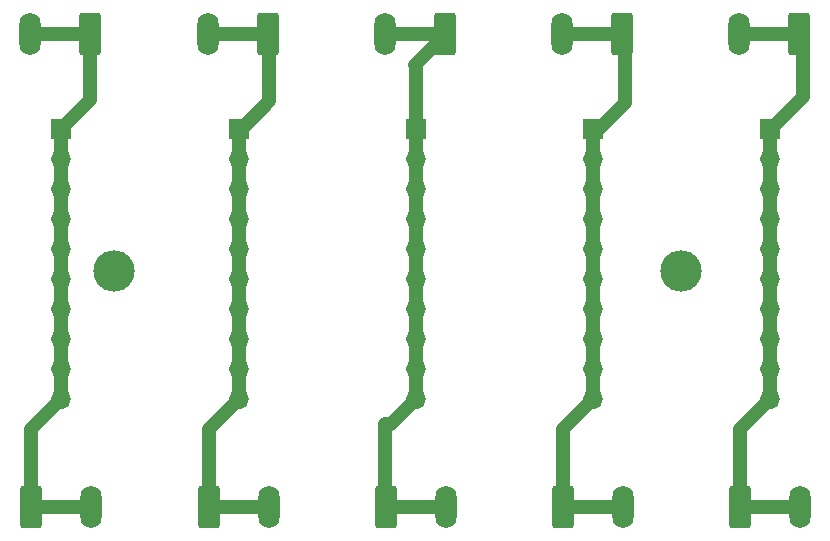
<source format=gbr>
%TF.GenerationSoftware,KiCad,Pcbnew,(6.0.6)*%
%TF.CreationDate,2022-07-16T01:52:01+05:30*%
%TF.ProjectId,berg-wire-jumper-extender,62657267-2d77-4697-9265-2d6a756d7065,rev?*%
%TF.SameCoordinates,Original*%
%TF.FileFunction,Copper,L2,Bot*%
%TF.FilePolarity,Positive*%
%FSLAX46Y46*%
G04 Gerber Fmt 4.6, Leading zero omitted, Abs format (unit mm)*
G04 Created by KiCad (PCBNEW (6.0.6)) date 2022-07-16 01:52:01*
%MOMM*%
%LPD*%
G01*
G04 APERTURE LIST*
G04 Aperture macros list*
%AMRoundRect*
0 Rectangle with rounded corners*
0 $1 Rounding radius*
0 $2 $3 $4 $5 $6 $7 $8 $9 X,Y pos of 4 corners*
0 Add a 4 corners polygon primitive as box body*
4,1,4,$2,$3,$4,$5,$6,$7,$8,$9,$2,$3,0*
0 Add four circle primitives for the rounded corners*
1,1,$1+$1,$2,$3*
1,1,$1+$1,$4,$5*
1,1,$1+$1,$6,$7*
1,1,$1+$1,$8,$9*
0 Add four rect primitives between the rounded corners*
20,1,$1+$1,$2,$3,$4,$5,0*
20,1,$1+$1,$4,$5,$6,$7,0*
20,1,$1+$1,$6,$7,$8,$9,0*
20,1,$1+$1,$8,$9,$2,$3,0*%
G04 Aperture macros list end*
%TA.AperFunction,ComponentPad*%
%ADD10RoundRect,0.250000X-0.650000X-1.550000X0.650000X-1.550000X0.650000X1.550000X-0.650000X1.550000X0*%
%TD*%
%TA.AperFunction,ComponentPad*%
%ADD11O,1.800000X3.600000*%
%TD*%
%TA.AperFunction,ComponentPad*%
%ADD12R,1.700000X1.700000*%
%TD*%
%TA.AperFunction,ComponentPad*%
%ADD13O,1.700000X1.700000*%
%TD*%
%TA.AperFunction,ComponentPad*%
%ADD14RoundRect,0.250000X0.650000X1.550000X-0.650000X1.550000X-0.650000X-1.550000X0.650000X-1.550000X0*%
%TD*%
%TA.AperFunction,WasherPad*%
%ADD15O,3.500000X3.500000*%
%TD*%
%TA.AperFunction,Conductor*%
%ADD16C,1.200000*%
%TD*%
G04 APERTURE END LIST*
D10*
%TO.P,J14,1,Pin_1*%
%TO.N,Net-(J13-Pad1)*%
X160000000Y-100000000D03*
D11*
%TO.P,J14,2,Pin_2*%
X165080000Y-100000000D03*
%TD*%
D12*
%TO.P,J10,1,Pin_1*%
%TO.N,Net-(J10-Pad1)*%
X147540000Y-68000000D03*
D13*
%TO.P,J10,2,Pin_2*%
X147540000Y-70540000D03*
%TO.P,J10,3,Pin_3*%
X147540000Y-73080000D03*
%TO.P,J10,4,Pin_4*%
X147540000Y-75620000D03*
%TO.P,J10,5,Pin_5*%
X147540000Y-78160000D03*
%TO.P,J10,6,Pin_6*%
X147540000Y-80700000D03*
%TO.P,J10,7,Pin_7*%
X147540000Y-83240000D03*
%TO.P,J10,8,Pin_8*%
X147540000Y-85780000D03*
%TO.P,J10,9,Pin_9*%
X147540000Y-88320000D03*
%TO.P,J10,10,Pin_10*%
X147540000Y-90860000D03*
%TD*%
D12*
%TO.P,J7,1,Pin_1*%
%TO.N,Net-(J7-Pad1)*%
X132540000Y-68000000D03*
D13*
%TO.P,J7,2,Pin_2*%
X132540000Y-70540000D03*
%TO.P,J7,3,Pin_3*%
X132540000Y-73080000D03*
%TO.P,J7,4,Pin_4*%
X132540000Y-75620000D03*
%TO.P,J7,5,Pin_5*%
X132540000Y-78160000D03*
%TO.P,J7,6,Pin_6*%
X132540000Y-80700000D03*
%TO.P,J7,7,Pin_7*%
X132540000Y-83240000D03*
%TO.P,J7,8,Pin_8*%
X132540000Y-85780000D03*
%TO.P,J7,9,Pin_9*%
X132540000Y-88320000D03*
%TO.P,J7,10,Pin_10*%
X132540000Y-90860000D03*
%TD*%
D12*
%TO.P,J8,1,Pin_1*%
%TO.N,Net-(J4-Pad1)*%
X117540000Y-68000000D03*
D13*
%TO.P,J8,2,Pin_2*%
X117540000Y-70540000D03*
%TO.P,J8,3,Pin_3*%
X117540000Y-73080000D03*
%TO.P,J8,4,Pin_4*%
X117540000Y-75620000D03*
%TO.P,J8,5,Pin_5*%
X117540000Y-78160000D03*
%TO.P,J8,6,Pin_6*%
X117540000Y-80700000D03*
%TO.P,J8,7,Pin_7*%
X117540000Y-83240000D03*
%TO.P,J8,8,Pin_8*%
X117540000Y-85780000D03*
%TO.P,J8,9,Pin_9*%
X117540000Y-88320000D03*
%TO.P,J8,10,Pin_10*%
X117540000Y-90860000D03*
%TD*%
D14*
%TO.P,J1,1,Pin_1*%
%TO.N,Net-(J1-Pad1)*%
X105000000Y-60000000D03*
D11*
%TO.P,J1,2,Pin_2*%
X99920000Y-60000000D03*
%TD*%
D10*
%TO.P,J13,1,Pin_1*%
%TO.N,Net-(J4-Pad1)*%
X115000000Y-100000000D03*
D11*
%TO.P,J13,2,Pin_2*%
X120080000Y-100000000D03*
%TD*%
D10*
%TO.P,J11,1,Pin_1*%
%TO.N,Net-(J1-Pad1)*%
X100000000Y-100000000D03*
D11*
%TO.P,J11,2,Pin_2*%
X105080000Y-100000000D03*
%TD*%
D12*
%TO.P,J9,1,Pin_1*%
%TO.N,Net-(J13-Pad1)*%
X162540000Y-68000000D03*
D13*
%TO.P,J9,2,Pin_2*%
X162540000Y-70540000D03*
%TO.P,J9,3,Pin_3*%
X162540000Y-73080000D03*
%TO.P,J9,4,Pin_4*%
X162540000Y-75620000D03*
%TO.P,J9,5,Pin_5*%
X162540000Y-78160000D03*
%TO.P,J9,6,Pin_6*%
X162540000Y-80700000D03*
%TO.P,J9,7,Pin_7*%
X162540000Y-83240000D03*
%TO.P,J9,8,Pin_8*%
X162540000Y-85780000D03*
%TO.P,J9,9,Pin_9*%
X162540000Y-88320000D03*
%TO.P,J9,10,Pin_10*%
X162540000Y-90860000D03*
%TD*%
D15*
%TO.P,,*%
%TO.N,*%
X155000000Y-80000000D03*
%TD*%
D14*
%TO.P,J3,1,Pin_1*%
%TO.N,Net-(J4-Pad1)*%
X120000000Y-60000000D03*
D11*
%TO.P,J3,2,Pin_2*%
X114920000Y-60000000D03*
%TD*%
D14*
%TO.P,J5,1,Pin_1*%
%TO.N,Net-(J10-Pad1)*%
X150000000Y-60000000D03*
D11*
%TO.P,J5,2,Pin_2*%
X144920000Y-60000000D03*
%TD*%
D14*
%TO.P,J2,1,Pin_1*%
%TO.N,Net-(J7-Pad1)*%
X135000000Y-60000000D03*
D11*
%TO.P,J2,2,Pin_2*%
X129920000Y-60000000D03*
%TD*%
D15*
%TO.P,,*%
%TO.N,*%
X107000000Y-80000000D03*
%TD*%
D14*
%TO.P,J4,1,Pin_1*%
%TO.N,Net-(J13-Pad1)*%
X165000000Y-60000000D03*
D11*
%TO.P,J4,2,Pin_2*%
X159920000Y-60000000D03*
%TD*%
D10*
%TO.P,J15,1,Pin_1*%
%TO.N,Net-(J10-Pad1)*%
X145000000Y-100000000D03*
D11*
%TO.P,J15,2,Pin_2*%
X150080000Y-100000000D03*
%TD*%
D12*
%TO.P,J6,1,Pin_1*%
%TO.N,Net-(J1-Pad1)*%
X102540000Y-68000000D03*
D13*
%TO.P,J6,2,Pin_2*%
X102540000Y-70540000D03*
%TO.P,J6,3,Pin_3*%
X102540000Y-73080000D03*
%TO.P,J6,4,Pin_4*%
X102540000Y-75620000D03*
%TO.P,J6,5,Pin_5*%
X102540000Y-78160000D03*
%TO.P,J6,6,Pin_6*%
X102540000Y-80700000D03*
%TO.P,J6,7,Pin_7*%
X102540000Y-83240000D03*
%TO.P,J6,8,Pin_8*%
X102540000Y-85780000D03*
%TO.P,J6,9,Pin_9*%
X102540000Y-88320000D03*
%TO.P,J6,10,Pin_10*%
X102540000Y-90860000D03*
%TD*%
D10*
%TO.P,J12,1,Pin_1*%
%TO.N,Net-(J7-Pad1)*%
X130000000Y-100000000D03*
D11*
%TO.P,J12,2,Pin_2*%
X135080000Y-100000000D03*
%TD*%
D16*
%TO.N,Net-(J1-Pad1)*%
X105000000Y-65540000D02*
X102540000Y-68000000D01*
X102540000Y-85780000D02*
X102540000Y-88320000D01*
X99920000Y-60000000D02*
X105000000Y-60000000D01*
X102540000Y-78160000D02*
X102540000Y-80700000D01*
X102540000Y-88320000D02*
X102540000Y-90860000D01*
X102540000Y-73080000D02*
X102540000Y-75620000D01*
X105000000Y-60000000D02*
X105000000Y-65540000D01*
X100000000Y-100000000D02*
X100000000Y-93400000D01*
X102540000Y-83240000D02*
X102540000Y-85780000D01*
X100000000Y-100000000D02*
X105080000Y-100000000D01*
X102540000Y-75620000D02*
X102540000Y-78160000D01*
X102540000Y-70540000D02*
X102540000Y-73080000D01*
X102540000Y-80700000D02*
X102540000Y-83240000D01*
X102540000Y-68000000D02*
X102540000Y-70540000D01*
X100000000Y-93400000D02*
X102540000Y-90860000D01*
%TO.N,Net-(J4-Pad1)*%
X115000000Y-93400000D02*
X117540000Y-90860000D01*
X115000000Y-100000000D02*
X115000000Y-93400000D01*
X117540000Y-80700000D02*
X117540000Y-78160000D01*
X117540000Y-83240000D02*
X117540000Y-80700000D01*
X117801000Y-68000000D02*
X120142000Y-65659000D01*
X117540000Y-70540000D02*
X117540000Y-68000000D01*
X120142000Y-65659000D02*
X120142000Y-60142000D01*
X117540000Y-73080000D02*
X117540000Y-70540000D01*
X117540000Y-78160000D02*
X117540000Y-75620000D01*
X117540000Y-88320000D02*
X117540000Y-85780000D01*
X120000000Y-60000000D02*
X114920000Y-60000000D01*
X117540000Y-85780000D02*
X117540000Y-83240000D01*
X120142000Y-60142000D02*
X120000000Y-60000000D01*
X117540000Y-68000000D02*
X117801000Y-68000000D01*
X120080000Y-100000000D02*
X115000000Y-100000000D01*
X117540000Y-90860000D02*
X117540000Y-88320000D01*
X117540000Y-75620000D02*
X117540000Y-73080000D01*
%TO.N,Net-(J7-Pad1)*%
X132540000Y-75620000D02*
X132540000Y-78160000D01*
X132540000Y-85780000D02*
X132540000Y-88320000D01*
X135000000Y-60000000D02*
X135000000Y-60072000D01*
X132540000Y-68000000D02*
X132540000Y-70540000D01*
X129920000Y-60000000D02*
X135000000Y-60000000D01*
X132540000Y-80700000D02*
X132540000Y-83240000D01*
X130000000Y-100000000D02*
X135080000Y-100000000D01*
X132540000Y-80700000D02*
X132540000Y-78160000D01*
X129921000Y-92964000D02*
X129921000Y-99921000D01*
X130436000Y-92964000D02*
X129921000Y-92964000D01*
X135000000Y-60072000D02*
X132461000Y-62611000D01*
X132540000Y-83240000D02*
X132540000Y-85780000D01*
X129921000Y-99921000D02*
X130000000Y-100000000D01*
X132540000Y-88320000D02*
X132540000Y-90860000D01*
X132540000Y-73080000D02*
X132540000Y-75620000D01*
X132540000Y-62690000D02*
X132540000Y-68000000D01*
X132461000Y-62611000D02*
X132540000Y-62690000D01*
X132540000Y-90860000D02*
X130436000Y-92964000D01*
X132540000Y-70540000D02*
X132540000Y-73080000D01*
%TO.N,Net-(J10-Pad1)*%
X147540000Y-70540000D02*
X147540000Y-73080000D01*
X147540000Y-83240000D02*
X147540000Y-85780000D01*
X147540000Y-85780000D02*
X147540000Y-88320000D01*
X147540000Y-75620000D02*
X147540000Y-78160000D01*
X145000000Y-100000000D02*
X145000000Y-93400000D01*
X147540000Y-68000000D02*
X147540000Y-70540000D01*
X145000000Y-93400000D02*
X147540000Y-90860000D01*
X148027000Y-68000000D02*
X150241000Y-65786000D01*
X150080000Y-100000000D02*
X145000000Y-100000000D01*
X147540000Y-78160000D02*
X147540000Y-80700000D01*
X147540000Y-80700000D02*
X147540000Y-83240000D01*
X147540000Y-73080000D02*
X147540000Y-75620000D01*
X150241000Y-65786000D02*
X150241000Y-60241000D01*
X147540000Y-90860000D02*
X147540000Y-88320000D01*
X147540000Y-68000000D02*
X148027000Y-68000000D01*
X144920000Y-60000000D02*
X150000000Y-60000000D01*
X150241000Y-60241000D02*
X150000000Y-60000000D01*
%TO.N,Net-(J13-Pad1)*%
X162540000Y-83240000D02*
X162540000Y-85780000D01*
X162540000Y-75620000D02*
X162540000Y-78160000D01*
X162632000Y-68000000D02*
X165354000Y-65278000D01*
X162540000Y-70540000D02*
X162540000Y-73080000D01*
X162540000Y-73080000D02*
X162540000Y-75620000D01*
X162540000Y-78160000D02*
X162540000Y-80700000D01*
X162540000Y-68000000D02*
X162540000Y-70540000D01*
X165080000Y-100000000D02*
X160000000Y-100000000D01*
X162540000Y-80700000D02*
X162540000Y-83240000D01*
X162540000Y-90860000D02*
X162540000Y-88320000D01*
X165354000Y-60354000D02*
X165000000Y-60000000D01*
X165354000Y-65278000D02*
X165354000Y-60354000D01*
X160000000Y-93400000D02*
X162540000Y-90860000D01*
X162540000Y-85780000D02*
X162540000Y-88320000D01*
X162540000Y-68000000D02*
X162632000Y-68000000D01*
X160000000Y-100000000D02*
X160000000Y-93400000D01*
X159920000Y-60000000D02*
X165000000Y-60000000D01*
%TD*%
M02*

</source>
